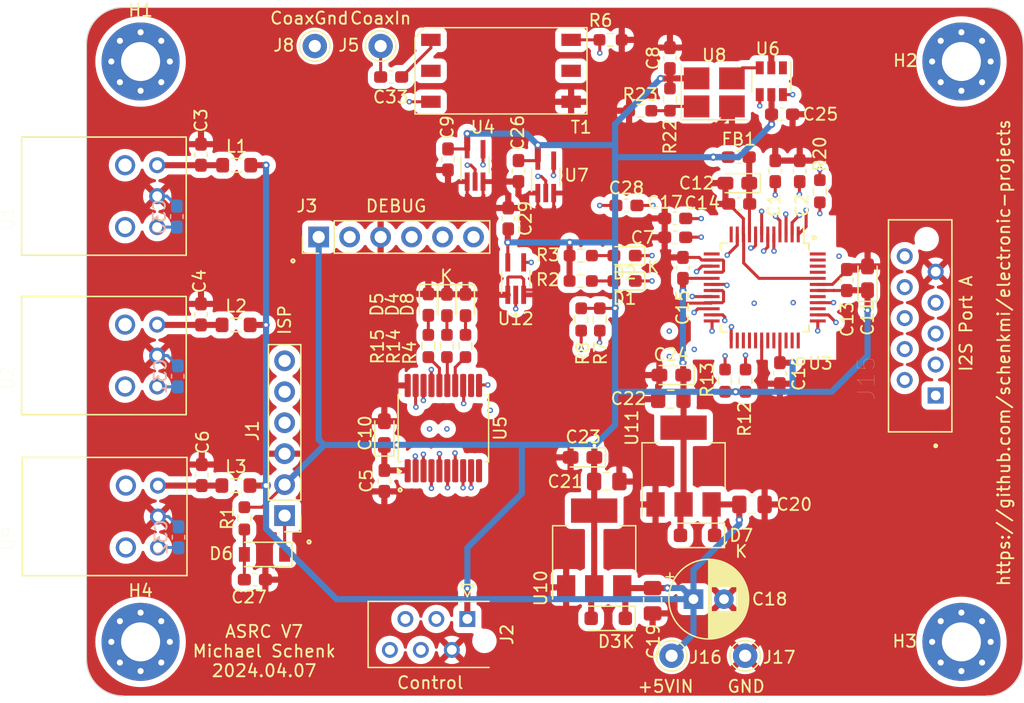
<source format=kicad_pcb>
(kicad_pcb (version 20240108) (generator "pcbnew") (generator_version "8.0")
  (layers (0 "F.Cu" mixed) (1 "In1.Cu" signal) (2 "In2.Cu" signal) (31 "B.Cu" mixed) (34 "B.Paste" user) (35 "F.Paste" user) (36 "B.SilkS" user "B.Silkscreen") (37 "F.SilkS" user "F.Silkscreen") (38 "B.Mask" user) (39 "F.Mask" user) (44 "Edge.Cuts" user))
  (net 0 "")
  (net 1 "Net-(U3A-RX2-)")
  (net 2 "GND")
  (net 3 "+3V3")
  (net 4 "Net-(U3A-RX1-)")
  (net 5 "Net-(U1-VCC)")
  (net 6 "Net-(U2-VCC)")
  (net 7 "Net-(U9-VCC)")
  (net 8 "SCL")
  (net 9 "SDA")
  (net 10 "+1V8")
  (net 11 "Net-(U3A-RX3-)")
  (net 12 "Net-(U3B-VCC)")
  (net 13 "Net-(U3A-RX4-)")
  (net 14 "RESET")
  (net 15 "Net-(D6-A)")
  (net 16 "Net-(U3A-RX4+)")
  (net 17 "BCKA")
  (net 18 "LRCKA")
  (net 19 "SDOUTA")
  (net 20 "MCLK1")
  (net 21 "MCLK3")
  (net 22 "Net-(U1-VOUT)")
  (net 23 "MCLK2")
  (net 24 "Net-(U2-VOUT)")
  (net 25 "Net-(U9-VOUT)")
  (net 26 "RC5")
  (net 27 "Net-(J5-Pin_1)")
  (net 28 "Net-(D1-K)")
  (net 29 "/RA4")
  (net 30 "/RA5")
  (net 31 "Net-(U5-RC1)")
  (net 32 "Net-(U5-RC0)")
  (net 33 "+5V")
  (net 34 "Net-(D1-A)")
  (net 35 "Net-(D2-K)")
  (net 37 "Net-(D2-A)")
  (net 38 "Net-(D4-A)")
  (net 39 "Net-(C28-Pad1)")
  (net 40 "Net-(D5-A)")
  (net 41 "Net-(C33-Pad2)")
  (net 42 "Net-(D6-K)")
  (net 43 "Net-(J1-Pin_5)")
  (net 44 "Net-(J1-Pin_4)")
  (net 46 "RC4{slash}SW")
  (net 47 "RC7{slash}CHB")
  (net 49 "RC6{slash}CHA")
  (net 50 "/RA2")
  (net 51 "Net-(J8-Pin_1)")
  (net 53 "Net-(D8-A)")
  (net 54 "Net-(U3A-CPM)")
  (net 55 "Net-(U3A-*INT)")
  (net 57 "Net-(U3A-MCLK)")
  (net 58 "Net-(U8-Standby)")
  (net 70 "Net-(U3A-RX1+)")
  (net 71 "Net-(U3A-RX2+)")
  (net 74 "Net-(U3A-RX3+)")
  (net 75 "Net-(U6-FIN)")
  (net 81 "Net-(U5-RC2)")
  (footprint "Capacitor_SMD:C_0603_1608Metric_Pad1.08x0.95mm_HandSolder" (layer "F.Cu") (at 165.7096 70.5877 -90)
    (property "Reference" "C1")
    (property "Value" "100nF")
  )
  (footprint "Capacitor_SMD:C_0603_1608Metric_Pad1.08x0.95mm_HandSolder" (layer "F.Cu") (at 118.618 69.2415 -90)
    (property "Reference" "C3")
    (property "Value" "100nF")
  )
  (footprint "Capacitor_SMD:C_0603_1608Metric_Pad1.08x0.95mm_HandSolder" (layer "F.Cu") (at 118.618 82.3479 -90)
    (property "Reference" "C4")
    (property "Value" "100nF")
  )
  (footprint "LED_SMD:LED_0603_1608Metric_Pad1.05x0.95mm_HandSolder" (layer "F.Cu") (at 153.3562 79.6036 180)
    (property "Reference" "D1")
    (property "Value" "LED")
  )
  (footprint "LED_SMD:LED_0603_1608Metric_Pad1.05x0.95mm_HandSolder" (layer "F.Cu") (at 153.3562 77.5208 180)
    (property "Reference" "D2")
    (property "Value" "LED")
  )
  (footprint "Resistor_SMD:R_0603_1608Metric_Pad0.98x0.95mm_HandSolder" (layer "F.Cu") (at 149.7565 79.6036)
    (property "Reference" "R2")
    (property "Value" "330R")
  )
  (footprint "Resistor_SMD:R_0603_1608Metric_Pad0.98x0.95mm_HandSolder" (layer "F.Cu") (at 149.7603 77.5208)
    (property "Reference" "R3")
    (property "Value" "330R")
  )
  (footprint "kicad-snk:PLR135-T10_PLT133-T10W" (layer "F.Cu") (at 112.395 85.725 90)
    (property "Reference" "U2")
    (property "Value" "PLR135-T10")
  )
  (footprint "Capacitor_SMD:C_0603_1608Metric_Pad1.08x0.95mm_HandSolder" (layer "F.Cu") (at 133.6548 96.0109 90)
    (property "Reference" "C5")
    (property "Value" "100nF")
  )
  (footprint "MountingHole:MountingHole_3.2mm_M3_Pad_Via" (layer "F.Cu") (at 113.665 61.595)
    (property "Reference" "H1")
    (property "Value" "MountingHole")
  )
  (footprint "Resistor_SMD:R_0603_1608Metric_Pad0.98x0.95mm_HandSolder" (layer "F.Cu") (at 151.3205 82.764 -90)
    (property "Reference" "R7")
    (property "Value" "4K99")
  )
  (footprint "Resistor_SMD:R_0603_1608Metric_Pad0.98x0.95mm_HandSolder" (layer "F.Cu") (at 149.7965 82.764 -90)
    (property "Reference" "R8")
    (property "Value" "4K99")
  )
  (footprint "Package_SO:SSOP-20_5.3x7.2mm_P0.65mm" (layer "F.Cu") (at 138.4935 91.6795 90)
    (property "Reference" "U5")
    (property "Value" "PIC16F18446-I/SS")
  )
  (footprint "Capacitor_Tantalum_SMD:CP_EIA-2012-12_Kemet-R_Pad1.30x1.05mm_HandSolder" (layer "F.Cu") (at 133.6548 92.0906 90)
    (property "Reference" "C10")
    (property "Value" "10uF")
  )
  (footprint "Capacitor_Tantalum_SMD:CP_EIA-2012-12_Kemet-R_Pad1.30x1.05mm_HandSolder" (layer "F.Cu") (at 173.2788 79.3906 90)
    (property "Reference" "C11")
    (property "Value" "10uF")
  )
  (footprint "Capacitor_Tantalum_SMD:CP_EIA-2012-12_Kemet-R_Pad1.30x1.05mm_HandSolder" (layer "F.Cu") (at 162.601 71.5772 180)
    (property "Reference" "C12")
    (property "Value" "10uF")
  )
  (footprint "Capacitor_SMD:C_0603_1608Metric_Pad1.08x0.95mm_HandSolder" (layer "F.Cu") (at 171.577 79.5285 -90)
    (property "Reference" "C13")
    (property "Value" "100nF")
  )
  (footprint "Capacitor_SMD:C_0603_1608Metric_Pad1.08x0.95mm_HandSolder" (layer "F.Cu") (at 158.1404 78.5357 -90)
    (property "Reference" "C15")
    (property "Value" "100nF")
  )
  (footprint "Connector_PinHeader_2.54mm:PinHeader_1x06_P2.54mm_Vertical" (layer "F.Cu") (at 125.476 98.8568 180)
    (property "Reference" "J1")
    (property "Value" "Conn_01x06_Male")
  )
  (footprint "Resistor_SMD:R_0603_1608Metric_Pad0.98x0.95mm_HandSolder" (layer "F.Cu") (at 163.2712 87.7805 -90)
    (property "Reference" "R12")
    (property "Value" "1k")
  )
  (footprint "Resistor_SMD:R_0603_1608Metric_Pad0.98x0.95mm_HandSolder" (layer "F.Cu") (at 161.5948 87.7805 -90)
    (property "Reference" "R13")
    (property "Value" "4k99")
  )
  (footprint "Crystal:Crystal_SMD_3225-4Pin_3.2x2.5mm_HandSoldering" (layer "F.Cu") (at 160.708 64.128)
    (property "Reference" "U8")
    (property "Value" "24.576MHz")
  )
  (footprint "Capacitor_SMD:C_0603_1608Metric_Pad1.08x0.95mm_HandSolder" (layer "F.Cu") (at 157.0736 61.3167 90)
    (property "Reference" "C8")
    (property "Value" "100nF")
  )
  (footprint "kicad-snk:TE_CONN_RCPT_10POS_0.1_TIN_PCB" (layer "F.Cu") (at 178.8668 89.0016 90)
    (property "Reference" "J15")
    (property "Value" "A")
  )
  (footprint "Resistor_SMD:R_0603_1608Metric_Pad0.98x0.95mm_HandSolder" (layer "F.Cu") (at 169.3672 72.2395 -90)
    (property "Reference" "R20")
    (property "Value" "33R")
  )
  (footprint "Resistor_SMD:R_0603_1608Metric_Pad0.98x0.95mm_HandSolder" (layer "F.Cu") (at 157.0736 64.7173 90)
    (property "Reference" "R22")
    (property "Value" "4K99")
  )
  (footprint "Resistor_SMD:R_0603_1608Metric_Pad0.98x0.95mm_HandSolder" (layer "F.Cu") (at 154.6371 65.6336)
    (property "Reference" "R23")
    (property "Value" "NC")
  )
  (footprint "Capacitor_THT:CP_Radial_D6.3mm_P2.50mm" (layer "F.Cu") (at 159.004 105.7148)
    (property "Reference" "C18")
    (property "Value" "220uF/10V")
  )
  (footprint "Capacitor_SMD:C_0805_2012Metric_Pad1.18x1.45mm_HandSolder" (layer "F.Cu") (at 155.6512 105.8457 -90)
    (property "Reference" "C19")
    (property "Value" "330nF")
  )
  (footprint "Capacitor_SMD:C_0805_2012Metric_Pad1.18x1.45mm_HandSolder" (layer "F.Cu") (at 163.8007 97.9424)
    (property "Reference" "C20")
    (property "Value" "330nF")
  )
  (footprint "Connector_Pin:Pin_D1.0mm_L10.0mm" (layer "F.Cu") (at 157.208996 110.361782)
    (property "Reference" "J16")
    (property "Value" "+5VIN")
  )
  (footprint "Package_TO_SOT_SMD:SOT-223-3_TabPin2" (layer "F.Cu") (at 158.1912 94.7924 90)
    (property "Reference" "U11")
    (property "Value" "TLV1117-18")
  )
  (footprint "Capacitor_SMD:C_0805_2012Metric_Pad1.18x1.45mm_HandSolder" (layer "F.Cu") (at 151.892 96.0628)
    (property "Reference" "C21")
    (property "Value" "100nF")
  )
  (footprint "Capacitor_SMD:C_0805_2012Metric_Pad1.18x1.45mm_HandSolder" (layer "F.Cu") (at 157.1459 89.3064 180)
    (property "Reference" "C22")
    (property "Value" "100nF")
  )
  (footprint "Capacitor_Tantalum_SMD:CP_EIA-2012-12_Kemet-R_Pad1.30x1.05mm_HandSolder" (layer "F.Cu") (at 149.901 94.0816 180)
    (property "Reference" "C23")
    (property "Value" "10uF")
  )
  (footprint "Capacitor_Tantalum_SMD:CP_EIA-2012-12_Kemet-R_Pad1.30x1.05mm_HandSolder" (layer "F.Cu") (at 157.185 87.3252 180)
    (property "Reference" "C24")
    (property "Value" "10uF/6.3V")
  )
  (footprint "Capacitor_SMD:C_0603_1608Metric_Pad1.08x0.95mm_HandSolder" (layer "F.Cu") (at 166.0906 87.1717 90)
    (property "Reference" "C16")
    (property "Value" "100nF")
  )
  (footprint "Package_QFP:TQFP-48_7x7mm_P0.5mm" (layer "F.Cu") (at 164.846 80.137 -90)
    (property "Reference" "U3")
    (property "Value" "SRC4382/SRC4392")
  )
  (footprint "Capacitor_SMD:C_0603_1608Metric_Pad1.08x0.95mm_HandSolder" (layer "F.Cu") (at 167.7162 70.5877 90)
    (property "Reference" "C2")
    (property "Value" "100nF")
  )
  (footprint "kicad-snk:PLR135-T10_PLT133-T10W" (layer "F.Cu") (at 112.395 72.644 90)
    (property "Reference" "U1")
    (property "Value" "PLR135-T10")
  )
  (footprint "MountingHole:MountingHole_3.2mm_M3_Pad_Via" (layer "F.Cu") (at 180.975 109.22)
    (property "Reference" "H3")
    (property "Value" "MountingHole")
  )
  (footprint "MountingHole:MountingHole_3.2mm_M3_Pad_Via" (layer "F.Cu") (at 180.975 61.595)
    (property "Reference" "H2")
    (property "Value" "MountingHole")
  )
  (footprint "Capacitor_SMD:C_0603_1608Metric_Pad1.08x0.95mm_HandSolder" (layer "F.Cu") (at 162.7505 73.279)
    (property "Reference" "C14")
    (property "Value" "100nF")
  )
  (footprint "Capacitor_SMD:C_0603_1608Metric_Pad1.08x0.95mm_HandSolder" (layer "F.Cu") (at 166.2684 65.9228 180)
    (property "Reference" "C25")
    (property "Value" "100nF")
  )
  (footprint "Package_TO_SOT_SMD:SOT-23-6" (layer "F.Cu") (at 165.3896 63.2128 -90)
    (property "Reference" "U6")
    (property "Value" "PL133-37TI-R")
  )
  (footprint "Capacitor_SMD:C_0603_1608Metric_Pad1.08x0.95mm_HandSolder" (layer "F.Cu") (at 138.8745 69.633 -90)
    (property "Reference" "C9")
    (property "Value" "100nF")
  )
  (footprint "Capacitor_SMD:C_0603_1608Metric_Pad1.08x0.95mm_HandSolder" (layer "F.Cu") (at 144.653 70.5855 -90)
    (property "Reference" "C26")
    (property "Value" "100nF")
  )
  (footprint "Package_TO_SOT_SMD:SOT-353_SC-70-5_Handsoldering" (layer "F.Cu") (at 141.097 70.1202 90)
    (property "Reference" "U4")
    (property "Value" "74LVC1G125")
  )
  (footprint "Package_TO_SOT_SMD:SOT-353_SC-70-5_Handsoldering" (layer "F.Cu") (at 146.8905 71.06 90)
    (property "Reference" "U7")
    (property "Value" "74LVC1G125")
  )
  (footprint "LED_SMD:LED_0603_1608Metric_Pad1.05x0.95mm_HandSolder" (layer "F.Cu") (at 138.7856 81.5734 -90)
    (property "Reference" "D4")
    (property "Value" "LED")
  )
  (footprint "LED_SMD:LED_0603_1608Metric_Pad1.05x0.95mm_HandSolder" (layer "F.Cu") (at 137.2616 81.5454 -90)
    (property "Reference" "D5")
    (property "Value" "LED")
  )
  (footprint "Resistor_SMD:R_0603_1608Metric_Pad0.98x0.95mm_HandSolder" (layer "F.Cu") (at 138.7856 84.9395 -90)
    (property "Reference" "R14")
    (property "Value" "330R")
  )
  (footprint "Resistor_SMD:R_0603_1608Metric_Pad0.98x0.95mm_HandSolder" (layer "F.Cu") (at 137.2616 84.9395 -90)
    (property "Reference" "R15")
    (property "Value" "330R")
  )
  (footprint "Capacitor_SMD:C_0603_1608Metric_Pad1.08x0.95mm_HandSolder" (layer "F.Cu") (at 162.7135 69.4436)
    (property "Reference" "FB1")
    (property "Value" "1k@100MHz")
  )
  (footprint "Inductor_SMD:L_0805_2012Metric_Pad1.05x1.20mm_HandSolder" (layer "F.Cu") (at 121.546 70.104)
    (property "Reference" "L1")
    (property "Value" "47uH")
  )
  (footprint "Inductor_SMD:L_0805_2012Metric_Pad1.05x1.20mm_HandSolder" (layer "F.Cu") (at 121.4952 83.2104)
    (property "Reference" "L2")
    (property "Value" "47uH")
  )
  (footprint "Capacitor_SMD:C_0603_1608Metric_Pad1.08x0.95mm_HandSolder" (layer "F.Cu") (at 123.0365 104.1146)
    (property "Reference" "C27")
    (property "Value" "10nF")
  )
  (footprint "Diode_SMD:D_SOD-123" (layer "F.Cu") (at 123.826 102.0445 180)
    (property "Reference" "D6")
    (property "Value" "1N4148W")
  )
  (footprint "Package_TO_SOT_SMD:SOT-223-3_TabPin2" (layer "F.Cu") (at 150.862 101.5996 90)
    (property "Reference" "U10")
    (property "Value" "TLV1117-33")
  )
  (footprint "Capacitor_SMD:C_0603_1608Metric_Pad1.08x0.95mm_HandSolder" (layer "F.Cu") (at 157.5043 76.0222)
    (property "Reference" "C7")
    (property "Value" "100nF")
  )
  (footprint "Capacitor_SMD:C_0603_1608Metric_Pad1.08x0.95mm_HandSolder" (layer "F.Cu") (at 157.5065 74.4728)
    (property "Reference" "C17")
    (property "Value" "100nF")
  )
  (footprint "Capacitor_SMD:C_0603_1608Metric_Pad1.08x0.95mm_HandSolder" (layer "F.Cu") (at 153.506 73.406)
    (property "Reference" "C28")
    (property "Value" "100nF")
  )
  (footprint "Connector_Pin:Pin_D1.0mm_L10.0mm" (layer "F.Cu") (at 133.35 60.325)
    (property "Reference" "J5")
    (property "Value" "COAXIN")
  )
  (footprint "Connector_Pin:Pin_D1.0mm_L10.0mm" (layer "F.Cu") (at 127.9525 60.325)
    (property "Reference" "J8")
    (property "Value" "COAXGND")
  )
  (footprint "Resistor_SMD:R_0603_1608Metric_Pad0.98x0.95mm_HandSolder" (layer "F.Cu") (at 152.2095 59.817 180)
    (property "Reference" "R6")
    (property "Value" "75R")
  )
  (footprint "Capacitor_SMD:C_0603_1608Metric_Pad1.08x0.95mm_HandSolder" (layer "F.Cu") (at 118.6815 95.5305 -90)
    (property "Reference" "C6")
    (property "Value" "100nF")
  )
  (footprint "Capacitor_SMD:C_0603_1608Metric_Pad1.08x0.95mm_HandSolder" (layer "F.Cu") (at 143.8148 74.4739 90)
    (property "Reference" "C29")
    (property "Value" "100nF")
  )
  (footprint "Inductor_SMD:L_0805_2012Metric_Pad1.05x1.20mm_HandSolder" (layer "F.Cu") (at 121.4825 96.393)
    (property "Reference" "L3")
    (property "Value" "47uH")
  )
  (footprint "kicad-snk:PLR135-T10_PLT133-T10W" (layer "F.Cu") (at 112.4585 98.933 90)
    (property "Reference" "U9")
    (property "Value" "PLR135-T10")
  )
  (footprint "Package_TO_SOT_SMD:SOT-353_SC-70-5_Handsoldering" (layer "F.Cu") (at 144.428001 79.4096 90)
    (property "Reference" "U12")
    (property "Value" "74LVC1G125")
  )
  (footprint "Resistor_SMD:R_0603_1608Metric_Pad0.98x0.95mm_HandSolder" (layer "F.Cu") (at 122.174 99.0835 -90)
    (property "Reference" "R1")
    (property "Value" "4k99")
  )
  (footprint "Connector_Pin:Pin_D1.0mm_L10.0mm" (layer "F.Cu") (at 163.241496 110.361782)
    (property "Reference" "J17")
    (property "Value" "GND")
  )
  (footprint "MountingHole:MountingHole_3.2mm_M3_Pad_Via" (layer "F.Cu") (at 113.665 109.22)
    (property "Reference" "H4")
    (property "Value" "MountingHole")
  )
  (footprint "kicad-snk:DA100J" (layer "F.Cu") (at 143.221 62.357 -90)
    (property "Reference" "T1")
    (property "Value" "Murata_DA103")
  )
  (footprint "Capacitor_SMD:C_0603_1608Metric_Pad1.08x0.95mm_HandSolder" (layer "F.Cu") (at 134.2125 62.865)
    (property "Reference" "C33")
    (property "Value" "100nF")
  )
  (footprint "LED_SMD:LED_0603_1608Metric_Pad1.05x0.95mm_HandSolder" (layer "F.Cu") (at 140.3096 81.5734 -90)
    (property "Reference" "D8")
    (property "Value" "LED")
  )
  (footprint "Diode_SMD:D_SOD-123F" (layer "F.Cu") (at 159.3372 100.4824 180)
    (property "Reference" "D7")
    (property "Value" "SM4002PL-TP")
  )
  (footprint "Connector_PinHeader_2.54mm:PinHeader_1x06_P2.54mm_Vertical" (layer "F.Cu") (at 128.27 75.9968 90)
    (property "Reference" "J3")
    (property "Value" "Conn_01x06_Male")
  )
  (footprint "Connector_TE-Connectivity:TE_Micro-MaTch_215079-6_2x03_P1.27mm_Vertical" (layer "F.Cu") (at 140.458476 107.3404 -90)
    (property "Reference" "J2")
    (property "Value" "TE MicroMatch")
  )
  (footprint "Resistor_SMD:R_0603_1608Metric_Pad0.98x0.95mm_HandSolder" (layer "F.Cu") (at 140.3096 84.9395 -90)
    (property "Reference" "R4")
    (property "Value" "330R")
  )
  (footprint "Diode_SMD:D_SOD-123F" (layer "F.Cu") (at 152.016 107.2896 180)
    (property "Reference" "D3")
    (property "Value" "SM4002PL-TP")
  )
  (footprint "Capacitor_SMD:C_0603_1608Metric_Pad1.08x0.95mm_HandSolder" (layer "B.Cu") (at 116.6368 74.3215 -90)
    (property "Reference" "C30")
    (property "Value" "30pF")
  )
  (footprint "Capacitor_SMD:C_0603_1608Metric_Pad1.08x0.95mm_HandSolder" (layer "B.Cu") (at 116.713 87.4279 -90)
    (property "Reference" "C31")
    (property "Value" "30pF")
  )
  (footprint "Capacitor_SMD:C_0603_1608Metric_Pad1.08x0.95mm_HandSolder" (layer "B.Cu") (at 116.7765 100.6359 -90)
    (property "Reference" "C32")
    (property "Value" "30pF")
  )
  (gr_line (start 109.23033 110.65467) (end 109.230326 60.160326) (stroke (width 0.05)) (layer "Edge.Cuts"))
  (gr_line (start 183.007 113.665) (end 112.23033 113.65467) (stroke (width 0.05)) (layer "Edge.Cuts"))
  (gr_line (start 186.04468 60.16032) (end 186.007 110.665) (stroke (width 0.05)) (layer "Edge.Cuts"))
  (gr_line (start 112.230326 57.160326) (end 183.04468 57.16032) (stroke (width 0.05)) (layer "Edge.Cuts"))
  (gr_arc (start 183.04468 57.16032) (mid 185.166006 58.038994) (end 186.04468 60.16032) (stroke (width 0.1)) (layer "Edge.Cuts"))
  (gr_arc (start 186.007 110.665) (mid 185.128326 112.786326) (end 183.007 113.665) (stroke (width 0.1)) (layer "Edge.Cuts"))
  (gr_arc (start 112.23033 113.65467) (mid 110.109004 112.775996) (end 109.23033 110.65467) (stroke (width 0.1)) (layer "Edge.Cuts"))
  (gr_arc (start 109.230326 60.160326) (mid 110.109 58.039) (end 112.230326 57.160326) (stroke (width 0.1)) (layer "Edge.Cuts"))
  (gr_text "I2S Port A" (at 181.356 83.1088 90) (layer "F.SilkS") (effects (font (size 1 1))))
  (gr_text "°" (at 168.91 76.454 0) (layer "F.SilkS") (effects (font (size 1 1))))
  (gr_text "K" (at 155.702 78.486 0) (layer "F.SilkS") (effects (font (size 1 1))))
  (gr_text "K" (at 138.7348 79.1972 0) (layer "F.SilkS") (effects (font (size 1 1))))
  (gr_text "Control" (at 137.414 112.5728 0) (layer "F.SilkS") (effects (font (size 1 1))))
  (gr_text "CoaxGnd" (at 127.508 58.039 0) (layer "F.SilkS") (effects (font (size 1 1))))
  (gr_text "CoaxIn" (at 133.35 58.039 0) (layer "F.SilkS") (effects (font (size 1 1))))
  (gr_text "+5VIN" (at 156.718 112.876572 0) (layer "F.SilkS") (effects (font (size 1 1))))
  (gr_text "ISP" (at 125.476 82.804 90) (layer "F.SilkS") (effects (font (size 1 1))))
  (gr_text "°" (at 134.4676 97.7392 0) (layer "F.SilkS") (effects (font (size 1 1)) (justify left bottom)))
  (gr_text "ASRC V7\nMichael Schenk\n2024.04.07" (at 123.7996 109.982 0) (layer "F.SilkS") (effects (font (size 1 1))))
  (gr_text "https://github.com/schenkmi/electronic-projects" (at 184.4548 85.4964 90) (layer "F.SilkS") (effects (font (size 1 1))))
  (gr_text "DEBUG" (at 134.62 73.4568 0) (layer "F.SilkS") (effects (font (size 1 1))))
  (gr_text "°" (at 127 102.0064 0) (layer "F.SilkS") (effects (font (size 1 1)) (justify left bottom)))
  (gr_text "K" (at 162.9156 101.8032 0) (layer "F.SilkS") (effects (font (size 1 1))))
  (gr_text "K" (at 153.67 109.22 0) (layer "F.SilkS") (effects (font (size 1 1))))
  (gr_text "GND" (at 163.322 112.876572 0) (layer "F.SilkS") (effects (font (size 1 1))))
  (gr_text "°" (at 125.6792 78.9432 0) (layer "F.SilkS") (effects (font (size 1 1)) (justify left bottom)))
  (segment (start 166.096 75.787) (end 166.096 74.656) (width 0.25) (layer "F.Cu") (net 1))
  (segment (start 165.7096 72.5424) (end 165.7096 71.4502) (width 0.25) (layer "F.Cu") (net 1))
  (segment (start 166.096 74.656) (end 165.735 74.295) (width 0.25) (layer "F.Cu") (net 1))
  (via (at 165.735 74.295) (size 0.45) (drill 0.225) (layers "F.Cu" "B.Cu") (net 1))
  (via (at 165.7096 72.5424) (size 0.45) (drill 0.225) (layers "F.Cu" "B.Cu") (net 1))
  (segment (start 145.078001 79.466999) (end 144.888002 79.277) (width 0.25) (layer "F.Cu") (net 2))
  (segment (start 161.471001 80.501999) (end 161.471001 81.272001) (width 0.25) (layer "F.Cu") (net 2))
  (segment (start 162.158 65.68) (end 159.8168 68.0212) (width 0.5) (layer "F.Cu") (net 2))
  (segment (start 165.3896 59.5528) (end 165.4048 59.5376) (width 0.5) (layer "F.Cu") (net 2))
  (segment (start 161.888 73.279) (end 160.3502 73.279) (width 0.5) (layer "F.Cu") (net 2))
  (segment (start 142.4756 80.7396) (end 142.4432 80.772) (width 0.5) (layer "F.Cu") (net 2))
  (segment (start 173.2788 78.4156) (end 173.2788 76.454) (width 0.5) (layer "F.Cu") (net 2))
  (segment (start 161.626 73.017) (end 161.888 73.279) (width 0.5) (layer "F.Cu") (net 2))
  (segment (start 140.447 71.4502) (end 140.447 72.4502) (width 0.25) (layer "F.Cu") (net 2))
  (segment (start 156.9124 81.4236) (end 156.8704 81.3816) (width 0.25) (layer "F.Cu") (net 2))
  (segment (start 147.5405 72.39) (end 147.5405 74.0491) (width 0.25) (layer "F.Cu") (net 2))
  (segment (start 173.2788 76.454) (end 172.72 75.8952) (width 0.5) (layer "F.Cu") (net 2))
  (segment (start 160.4594 81.4236) (end 156.9124 81.4236) (width 0.25) (layer "F.Cu") (net 2))
  (segment (start 145.089802 80.3402) (end 145.078001 80.352001) (width 0.25) (layer "F.Cu") (net 2))
  (segment (start 159.470199 77.6732) (end 158.1404 77.6732) (width 0.25) (layer "F.Cu") (net 2))
  (segment (start 160.496 78.887) (end 161.1938 78.887) (width 0.25) (layer "F.Cu") (net 2))
  (segment (start 170.400802 79.887) (end 171.577 78.710802) (width 0.25) (layer "F.Cu") (net 2))
  (segment (start 140.447 72.4502) (end 141.1488 73.152) (width 0.25) (layer "F.Cu") (net 2))
  (segment (start 141.1488 73.152) (end 141.7574 73.152) (width 0.25) (layer "F.Cu") (net 2))
  (segment (start 161.356002 78.887) (end 161.471001 78.772001) (width 0.25) (layer "F.Cu") (net 2))
  (segment (start 146.2405 72.39) (end 146.2405 73.39) (width 0.25) (layer "F.Cu") (net 2))
  (segment (start 173.2788 78.4156) (end 171.8274 78.4156) (width 0.5) (layer "F.Cu") (net 2))
  (segment (start 163.1188 75.8098) (end 163.096 75.787) (width 0.25) (layer "F.Cu") (net 2))
  (segment (start 141.747 73.1416) (end 141.7574 73.152) (width 0.25) (layer "F.Cu") (net 2))
  (segment (start 161.471001 81.272001) (end 161.356002 81.387) (width 0.25) (layer "F.Cu") (net 2))
  (segment (start 160.496 81.387) (end 160.484399 81.398601) (width 0.25) (layer "F.Cu") (net 2))
  (segment (start 165.3896 62.1128) (end 165.3896 59.5528) (width 0.5) (layer "F.Cu") (net 2))
  (segment (start 159.683999 77.887) (end 159.470199 77.6732) (width 0.25) (layer "F.Cu") (net 2))
  (segment (start 164.596 87.372) (end 164.5666 87.4014) (width 0.25) (layer "F.Cu") (net 2))
  (segment (start 164.3754 79.387) (end 163.1188 78.1304) (width 0.25) (layer "F.Cu") (net 2))
  (segment (start 160.496 81.387) (end 160.4594 81.4236) (width 0.25) (layer "F.Cu") (net 2))
  (segment (start 159.512 71.5772) (end 159.2072 71.2724) (width 0.5) (layer "F.Cu") (net 2))
  (segment (start 146.2405 73.39) (end 146.9042 74.0537) (width 0.25) (layer "F.Cu") (net 2))
  (segment (start 171.577 78.710802) (end 171.577 78.666) (width 0.25) (layer "F.Cu") (net 2))
  (segment (start 161.626 71.5772) (end 159.512 71.5772) (width 0.5) (layer "F.Cu") (net 2))
  (segment (start 161.396 77.887) (end 160.496 77.887) (width 0.25) (layer "F.Cu") (net 2))
  (segment (start 147.5405 74.0491) (end 147.5359 74.0537) (width 0.25) (layer "F.Cu") (net 2))
  (segment (start 161.471001 77.962001) (end 161.396 77.887) (width 0.25) (layer "F.Cu") (net 2))
  (segment (start 160.496 81.387) (end 160.466232 81.416768) (width 0.25) (layer "F.Cu") (net 2))
  (segment (start 169.196 79.887) (end 170.400802 79.887) (width 0.25) (layer "F.Cu") (net 2))
  (segment (start 143.853002 79.277) (end 143.778001 79.352001) (width 0.25) (layer "F.Cu") (net 2))
  (segment (start 161.356002 81.387) (end 160.496 81.387) (width 0.25) (layer "F.Cu") (net 2))
  (segment (start 158.3542 77.887) (end 158.1404 77.6732) (width 0.25) (layer "F.Cu") (net 2))
  (segment (start 161.1938 78.887) (end 161.356002 78.887) (width 0.25) (layer "F.Cu") (net 2))
  (segment (start 163.096 75.787) (end 163.096 74.487) (width 0.25) (layer "F.Cu") (net 2))
  (segment (start 146.9042 74.0537) (end 147.5359 74.0537) (width 0.25) (layer "F.Cu") (net 2))
  (segment (start 143.778001 80.7396) (end 142.4756 80.7396) (width 0.5) (layer "F.Cu") (net 2))
  (segment (start 144.888002 79.277) (end 143.853002 79.277) (width 0.25) (layer "F.Cu") (net 2))
  (segment (start 143.778001 79.352001) (end 143.778001 80.352001) (width 0.25) (layer "F.Cu") (net 2))
  (segment (start 161.356002 80.387) (end 161.471001 80.501999) (width 0.25) (layer "F.Cu") (net 2))
  (segment (start 160.496 80.387) (end 161.356002 80.387) (width 0.25) (layer "F.Cu") (net 2))
  (segment (start 160.3502 73.279) (end 159.6644 72.5932) (width 0.5) (layer "F.Cu") (net 2))
  (segment (start 169.196 79.387) (end 164.3754 79.387) (width 0.25) (layer "F.Cu") (net 2))
  (segment (start 171.8274 78.4156) (end 171.577 78.666) (width 0.5) (layer "F.Cu") (net 2))
  (segment (start 161.471001 78.772001) (end 161.471001 77.962001) (width 0.25) (layer "F.Cu") (net 2))
  (segment (start 163.096 74.487) (end 161.888 73.279) (width 0.25) (layer "F.Cu") (net 2))
  (segment (start 162.158 65.278) (end 162.158 65.68) (width 0.5) (layer "F.Cu") (net 2))
  (segment (start 163.1188 78.1304) (end 163.1188 75.8098) (width 0.25) (layer "F.Cu") (net 2))
  (segment (start 146.685 80.3402) (end 145.089802 80.3402) (width 0.25) (layer "F.Cu") (net 2))
  (segment (start 164.596 84.487) (end 164.596 87.372) (width 0.25) (layer "F.Cu") (net 2))
  (segment (start 161.626 71.5772) (end 161.626 73.017) (width 0.5) (layer "F.Cu") (net 2))
  (segment (start 141.747 71.4502) (end 141.747 73.1416) (width 0.25) (layer "F.Cu") (net 2))
  (segment (start 145.078001 80.352001) (end 145.078001 79.466999) (width 0.25) (layer "F.Cu") (net 2))
  (segment (start 160.496 77.887) (end 159.683999 77.887) (width 0.25) (layer "F.Cu") (net 2))
  (segment (start 115.025 85.725) (end 115.8726 85.725) (width 0.25) (layer "B.Cu") (net 2))
  (segment (start 115.8726 85.725) (end 116.713 86.5654) (width 0.25) (layer "B.Cu") (net 2))
  (segment (start 115.9361 98.933) (end 116.7765 99.7734) (width 0.25) (layer "B.Cu") (net 2))
  (segment (start 115.8218 72.644) (end 116.6368 73.459) (width 0.25) (layer "B.Cu") (net 2))
  (segment (start 115.0885 98.933) (end 115.9361 98.933) (width 0.25) (layer "B.Cu") (net 2))
  (segment (start 115.025 72.644) (end 115.8218 72.644) (width 0.25) (layer "B.Cu") (net 2))
  (segment (start 115.369 72.988) (end 115.025 72.644) (width 0.25) (layer "B.Cu") (net 2))
  (segment (start 170.5015 80.387) (end 170.5142 80.387) (width 0.25) (layer "F.Cu") (net 3))
  (segment (start 170.5142 80.387) (end 171.573 80.387) (width 0.25) (layer "F.Cu") (net 3))
  (segment (start 165.4059 64.3291) (end 165.3896 64.3128) (width 0.5) (layer "F.Cu") (net 3))
  (segment (start 148.8478 76.4502) (end 148.858001 76.439999) (width 0.5) (layer "F.Cu") (net 3))
  (segment (start 151.3205 81.8515) (end 152.5675 81.8515) (width 0.25) (layer "F.Cu") (net 3))
  (segment (start 157.0736 62.992) (end 157.0736 63.8048) (width 0.5) (layer "F.Cu") (net 3))
  (segment (start 123.6218 98.171) (end 122.174 98.171) (width 0.25) (layer "F.Cu") (net 3))
  (segment (start 140.447 67.5155) (end 140.447 68.7902) (width 0.5) (layer "F.Cu") (net 3))
  (segment (start 146.2405 68.453) (end 146.2405 69.73) (width 0.5) (layer "F.Cu") (net 3))
  (segment (start 133.6548 95.1484) (end 135.4874 95.1484) (width 0.5) (layer "F.Cu") (net 3))
  (segment (start 171.6024 80.3656) (end 171.577 80.391) (width 0.5) (layer "F.Cu") (net 3))
  (segment (start 150.862 96.0703) (end 150.8545 96.0628) (width 0.5) (layer "F.Cu") (net 3))
  (segment (start 150.616 107.2896) (end 150.616 104.9956) (width 0.5) (layer "F.Cu") (net 3))
  (segment (start 157.0736 62.992) (end 156.3116 62.992) (width 0.5) (layer "F.Cu") (net 3))
  (segment (start 150.876 94.0816) (end 150.876 93.1164) (width 0.5) (layer "F.Cu") (net 3))
  (segment (start 134.6708 93.0656) (end 133.6548 93.0656) (width 0.5) (layer "F.Cu") (net 3))
  (segment (start 165.4059 65.9228) (end 165.4059 66.7501) (width 0.5) (layer "F.Cu") (net 3))
  (segment (start 148.844 77.5246) (end 148.8478 77.5208) (width 0.5) (layer "F.Cu") (net 3))
  (segment (start 133.6548 95.1484) (end 133.6548 93.0656) (width 0.5) (layer "F.Cu") (net 3))
  (segment (start 140.4273 68.7705) (end 140.447 68.7902) (width 0.25) (layer "F.Cu") (net 3))
  (segment (start 157.0736 62.1792) (end 157.0736 62.992) (width 0.5) (layer "F.Cu") (net 3))
  (segment (start 143.778001 77.692001) (end 143.778001 76.439999) (width 0.25) (layer "F.Cu") (net 3))
  (segment (start 166.0906 86.3092) (end 166.0906 84.4924) (width 0.25) (layer "F.Cu") (net 3))
  (segment (start 149.7965 81.8515) (end 151.3205 81.8515) (width 0.25) (layer "F.Cu") (net 3))
  (segment (start 166.0906 84.4924) (end 166.096 84.487) (width 0.25) (layer "F.Cu") (net 3))
  (segment (start 166.0906 86.3092) (end 167.132 86.3092) (width 0.5) (layer "F.Cu") (net 3))
  (segment (start 140.44 68.7832) (end 140.447 68.7902) (width 0.25) (layer "F.Cu") (net 3))
  (segment (start 162.4622 88.693) (end 162.4584 88.6968) (width 0.5) (layer "F.Cu") (net 3))
  (segment (start 150.862 98.4496) (end 150.862 96.0703) (width 0.5) (layer "F.Cu") (net 3))
  (segment (start 150.8545 94.1031) (end 150.876 94.0816) (width 0.5) (layer "F.Cu") (net 3))
  (segment (start 171.573 80.387) (end 171.577 80.391) (width 0.25) (layer "F.Cu") (net 3))
  (segment (start 165.4059 66.7501) (end 165.4048 66.7512) (width 0.5) (layer "F.Cu") (net 3))
  (segment (start 161.851 69.4436) (end 160.6296 69.4436) (width 0.5) (layer "F.Cu") (net 3))
  (segment (start 150.8545 96.0628) (end 150.8545 94.1031) (width 0.5) (layer "F.Cu") (net 3))
  (segment (start 150.862 104.7496) (end 150.862 98.4496) (width 0.5) (layer "F.Cu") (net 3))
  (segment (start 135.4874 95.1484) (end 135.5185 95.1795) (width 0.5) (layer "F.Cu") (net 3))
  (segment (start 150.616 104.9956) (end 150.862 104.7496) (width 0.5) (layer "F.Cu") (net 3))
  (segment (start 157.0876 62.978) (end 157.0736 62.992) (width 0.5) (layer "F.Cu") (net 3))
  (segment (start 173.2788 80.3656) (end 171.6024 80.3656) (width 0.5) (layer "F.Cu") (net 3))
  (segment (start 169.196 80.387) (end 170.5015 80.387) (width 0.25) (layer "F.Cu") (net 3))
  (segment (start 143.778001 75.373199) (end 143.8148 75.3364) (width 0.5) (layer "F.Cu") (net 3))
  (segment (start 159.258 62.978) (end 157.0876 62.978) (width 0.5) (layer "F.Cu") (net 3))
  (segment (start 173.2788 82.0066) (end 173.2788 80.3656) (width 0.5) (layer "F.Cu") (net 3))
  (segment (start 162.4546 88.693) (end 161.5948 88.693) (width 0.5) (layer "F.Cu") (net 3))
  (segment (start 148.844 79.6036) (end 148.844 77.5246) (width 0.5) (layer "F.Cu") (net 3))
  (segment (start 140.458476 104.854724) (end 140.462 104.8512) (width 0.5) (layer "F.Cu") (net 3))
  (segment (start 138.8745 68.7705) (end 140.4273 68.7705) (width 0.25) (layer "F.Cu") (net 3))
  (segment (start 162.4584 88.6968) (end 162.4546 88.693) (width 0.5) (layer "F.Cu") (net 3))
  (segment (start 125.476 96.3168) (end 123.6218 98.171) (width 0.25) (layer "F.Cu") (net 3))
  (segment (start 165.4059 65.9228) (end 165.4059 64.3291) (width 0.5) (layer "F.Cu") (net 3))
  (segment (start 163.2712 88.693) (end 162.4622 88.693) (width 0.5) (layer "F.Cu") (net 3))
  (segment (start 152.5675 81.8515) (end 152.579 81.84) (width 0.25) (layer "F.Cu") (net 3))
  (segment (start 144.66 69.73) (end 144.653 69.723) (width 0.25) (layer "F.Cu") (net 3))
  (segment (start 140.458476 107.3404) (end 140.458476 104.854724) (width 0.5) (layer "F.Cu") (net 3))
  (segment (start 146.2405 69.73) (end 144.66 69.73) (width 0.25) (layer "F.Cu") (net 3))
  (segment (start 143.778001 76.439999) (end 143.778001 75.373199) (width 0.5) (layer "F.Cu") (net 3))
  (segment (start 148.8478 77.5208) (end 148.8478 76.4502) (width 0.5) (layer "F.Cu") (net 3))
  (via (at 173.2788 82.0066) (size 0.6) (drill 0.3) (layers "F.Cu" "B.Cu") (net 3))
  (via (at 134.6708 93.0656) (size 0.6) (drill 0.3) (layers "F.Cu" "B.Cu") (net 3))
  (via (at 156.3116 62.992) (size 0.6) (drill 0.3) (layers "F.Cu" "B.Cu") (net 3))
  (via (at 165.4048 66.7512) (size 0.6) (drill 0.3) (layers "F.Cu" "B.Cu") (net 3))
  (via (at 152.579 81.84) (size 0.6) (drill 0.3) (layers "F.Cu" "B.Cu") (net 3))
  (via (at 150.876 93.1164) (size 0.6) (drill 0.3) (layers "F.Cu" "B.Cu") (net 3))
  (via (at 146.2405 68.453) (size 0.6) (drill 0.3) (layers "F.Cu" "B.Cu") (net 3))
  (via (at 167.132 86.3092) (size 0.6) (drill 0.3) (layers "F.Cu" "B.Cu") (net 3))
  (via (at 160.6296 69.4436) (size 0.6) (drill 0.3) (layers "F.Cu" "B.Cu") (net 3))
  (via (at 140.447 67.5155) (size 0.6) (drill 0.3) (layers "F.Cu" "B.Cu") (net 3))
  (via (at 148.858001 76.439999) (size 0.6) (drill 0.3) (layers "F.Cu" "B.Cu") (net 3))
  (via (at 162.4584 88.6968) (size 0.6) (drill 0.3) (layers "F.Cu" "B.Cu") (net 3))
  (via (at 140.462 104.8512) (size 0.6) (drill 0.3) (layers "F.Cu" "B.Cu") (net 3))
  (via (at 143.778001 76.439999) (size 0.6) (drill 0.3) (layers "F.Cu" "B.Cu") (net 3))
  (segment (start 162.4584 88.6968) (end 167.132 88.6968) (width 0.5) (layer "B.Cu") (net 3))
  (segment (start 128.27 92.6084) (end 128.7272 93.0656) (width 0.5) (layer "B.Cu") (net 3))
  (segment (start 150.876 93.1164) (end 152.579 91.4134) (width 0.5) (layer "B.Cu") (net 3))
  (segment (start 152.504 68.453) (end 152.579 68.528) (width 0.5) (layer "B.Cu") (net 3))
  (segment (start 140.447 67.5155) (end 145.303 67.5155) (width 0.5) (layer "B.Cu") (net 3))
  (segment (start 156.3116 62.992) (end 152.579 66.7246) (width 0.5) (layer "B.Cu") (net 3))
  (segment (start 134.6854 93.051) (end 134.6708 93.0656) (width 0.5) (layer "B.Cu") (net 3))
  (segment (start 144.8308 93.051) (end 134.6854 93.051) (width 0.5) (layer "B.Cu") (net 3))
  (segment (start 152.579 66.7246) (end 152.579 68.147) (width 0.5) (layer "B.Cu") (net 3))
  (segment (start 134.6708 93.0656) (end 128.7272 93.0656) (width 0.5) (layer "B.Cu") (net 3))
  (segment (start 140.462 101.4984) (end 144.9324 97.028) (width 0.5) (layer "B.Cu") (net 3))
  (segment (start 144.9324 93.1526) (end 144.8308 93.051) (width 0.5) (layer "B.Cu") (net 3))
  (segment (start 152.579 76.506) (end 152.579 69.4436) (width 0.5) (layer "B.Cu") (net 3))
  (segment (start 152.579 68.528) (end 152.579 68.147) (width 0.5) (layer "B.Cu") (net 3))
  (segment (start 165.4048 66.7512) (end 162.7124 69.4436) (width 0.5) (layer "B.Cu") (net 3))
  (segment (start 167.132 88.6968) (end 170.3324 88.6968) (width 0.5) (layer "B.Cu") (net 3))
  (segment (start 152.579 91.4134) (end 152.579 88.6345) (width 0.5) (layer "B.Cu") (net 3))
  (segment (start 128.27 75.9968) (end 128.27 92.6084) (width 0.5) (layer "B.Cu") (net 3))
  (segment (start 145.303 67.5155) (end 146.2405 68.453) (width 0.5) (layer "B.Cu") (net 3))
  (segment (start 152.579 69.4436) (end 152.579 68.528) (width 0.5) (layer "B.Cu") (net 3))
  (segment (start 162.4584 88.6968) (end 152.6413 88.6968) (width 0.5) (layer "B.Cu") (net 3))
  (segment (start 150.8106 93.051) (end 144.8308 93.051) (width 0.5) (layer "B.Cu") (net 3))
  (segment (start 152.6375 88.693) (end 152.579 88.6345) (width 0.25) (layer "B.Cu") (net 3))
  (segment (start 150.876 93.1164) (end 150.8106 93.051) (width 0.5) (layer "B.Cu") (net 3))
  (segment (start 152.579 88.6345) (end 152.579 81.84) (width 0.5) (layer "B.Cu") (net 3))
  (segment (start 152.512999 76.439999) (end 152.579 76.506) (width 0.5) (layer "B.Cu") (net 3))
  (segment (start 152.579 81.84) (end 152.579 76.506) (width 0.5) (layer "B.Cu") (net 3))
  (segment (start 152.6413 88.6968) (end 152.579 88.6345) (width 0.5) (layer "B.Cu") (net 3))
  (segment (start 173.2788 85.7504) (end 173.2788 82.0066) (width 0.5) (layer "B.Cu") (net 3))
  (segment (start 160.6296 69.4436) (end 152.579 69.4436) (width 0.5) (layer "B.Cu") (net 3))
  (segment (start 140.462 104.8512) (end 140.462 101.4984) (width 0.5) (layer "B.Cu") (net 3))
  (segment (start 148.858001 76.439999) (end 152.512999 76.439999) (width 0.5) (layer "B.Cu") (net 3))
  (segment (start 162.7124 69.4436) (end 160.6296 69.4436) (width 0.5) (layer "B.Cu") (net 3))
  (segment (start 144.9324 97.028) (end 144.9324 93.1526) (width 0.5) (layer "B.Cu") (net 3))
  (segment (start 167.132 86.3092) (end 167.132 88.6968) (width 0.5) (layer "B.Cu") (net 3))
  (segment (start 170.3324 88.6968) (end 173.2788 85.7504) (width 0.5) (layer "B.Cu") (net 3))
  (segment (start 143.778001 76.439999) (end 148.858001 76.439999) (width 0.5) (layer "B.Cu") (net 3))
  (segment (start 128.7272 93.0656) (end 125.476 96.3168) (width 0.5) (layer "B.Cu") (net 3))
  (segment (start 146.2405 68.453) (end 152.504 68.453) (width 0.5) (layer "B.Cu") (net 3))
  (segment (start 167.096 74.934736) (end 167.096 74.8136) (width 0.25) (layer "F.Cu") (net 4))
  (segment (start 167.096 75.787) (end 167.096 74.934736) (width 0.25) (layer "F.Cu") (net 4))
  (segment (start 167.6908 71.4756) (end 167.7162 71.4502) (width 0.25) (layer "F.Cu") (net 4))
  (segment (start 167.6908 72.4916) (end 167.6908 71.4756) (width 0.25) (layer "F.Cu") (net 4))
  (segment (start 167.096 74.8136) (end 167.6908 74.2188) (width 0.25) (layer "F.Cu") (net 4))
  (via (at 167.6908 74.2188) (size 0.45) (drill 0.225) (layers "F.Cu" "B.Cu") (net 4))
  (via (at 167.6908 72.4916) (size 0.45) (drill 0.225) (layers "F.Cu" "B.Cu") (net 4))
  (segment (start 120.396 70.104) (end 118.618 70.104) (width 0.5) (layer "F.Cu") (net 5))
  (segment (start 118.618 70.104) (end 115.025 70.104) (width 0.5) (layer "F.Cu") (net 5))
  (segment (start 118.618 83.2104) (end 115.0504 83.2104) (width 0.5) (layer "F.Cu") (net 6))
  (segment (start 120.3452 83.2104) (end 118.618 83.2104) (width 0.5) (layer "F.Cu") (net 6))
  (segment (start 115.0504 83.2104) (end 115.025 83.185) (width 0.5) (layer "F.Cu") (net 6))
  (segment (start 120.3325 96.393) (end 118.6815 96.393) (width 0.5) (layer "F.Cu") (net 7))
  (segment (start 118.6815 96.393) (end 115.0885 96.393) (width 0.5) (layer "F.Cu") (net 7))
  (segment (start 151.3205 83.6765) (end 151.3205 84.6455) (width 0.25) (layer "F.Cu") (net 8))
  (segment (start 142.1384 88.138) (end 141.46 88.138) (width 0.25) (layer "F.Cu") (net 8))
  (segment (start 158.9158 80.887) (end 158.9024 80.8736) (width 0.25) (layer "F.Cu") (net 8))
  (segment (start 141.46 88.138) (end 141.4185 88.1795) (width 0.25) (layer "F.Cu") (net 8))
  (segment (start 160.496 80.887) (end 158.9158 80.887) (width 0.25) (layer "F.Cu") (net 8))
  (segment (start 151.3205 84.6455) (end 151.299 84.667) (width 0.25) (layer "F.Cu") (net 8))
  (via (at 151.299 84.667) (size 0.45) (drill 0.225) (layers "F.Cu" "B.Cu") (net 8))
  (via (at 158.9024 80.8736) (size 0.45) (drill 0.225) (layers "F.Cu" "B.Cu") (net 8))
  (via (at 142.1384 88.138) (size 0.45) (drill 0.225) (layers "F.Cu" "B.Cu") (net 8))
  (segment (start 160.496 81.887) (end 159.3622 81.887) (width 0.25) (layer "F.Cu") (net 9))
  (segment (start 149.7965 85.217) (end 149.796499 85.217001) (width 0.25) (layer "F.Cu") (net 9))
  (segment (start 149.7965 83.6765) (end 149.7965 85.217) (width 0.25) (layer "F.Cu") (net 9))
  (segment (start 140.1572 89.662) (end 140.1572 88.2182) (width 0.25) (layer "F.Cu") (net 9))
  (segment (start 140.1572 88.2182) (end 140.1185 88.1795) (width 0.25) (layer "F.Cu") (net 9))
  (segment (start 159.3622 81.887) (end 159.0548 82.1944) (width 0.25) (layer "F.Cu") (net 9))
  (via (at 149.796499 85.217001) (size 0.45) (drill 0.225) (layers "F.Cu" "B.Cu") (net 9))
  (via (at 140.1572 89.662) (size 0.45) (drill 0.225) (layers "F.Cu" "B.Cu") (net 9))
  (via (at 159.0548 82.1944) (size 0.45) (drill 0.225) (layers "F.Cu" "B.Cu") (net 9))
  (via (at 159.0675 85.217) (size 0.45) (drill 0.225) (layers "F.Cu" "B.Cu") (net 9))
  (segment (start 158.1834 87.3486) (end 158.16 87.3252) (width 0.5) (layer "F.Cu") (net 10))
  (segment (start 158.16 87.3252) (end 158.16 86.3288) (width 0.5) (layer "F.Cu") (net 10))
  (segment (start 160.496 79.387) (end 158.1516 79.387) (width 0.25) (layer "F.Cu") (net 10))
  (segment (start 158.16 86.9892) (end 158.1404 86.9696) (width 0.5) (layer "F.Cu") (net 10))
  (segment (start 158.1834 89.3064) (end 158.1834 87.3486) (width 0.5) (layer "F.Cu") (net 10))
  (segment (start 158.1404 80.4164) (end 158.1404 79.3982) (width 0.5) (layer "F.Cu") (net 10))
  (segment (start 158.1516 79.387) (end 158.1404 79.3982) (width 0.25) (layer "F.Cu") (net 10))
  (segment (start 158.1912 89.9746) (end 158.1834 89.9668) (width 0.5) (layer "F.Cu") (net 10))
  (segment (start 157.9372 100.4824) (end 157.9372 98.1964) (width 0.5) (layer "F.Cu") (net 10))
  (segment (start 157.9372 98.1964) (end 158.1912 97.9424) (width 0.5) (layer "F.Cu") (net 10))
  (segment (start 158.1912 91.6424) (end 158.1912 89.3142) (width 0.5) (layer "F.Cu") (net 10))
  (segment (start 160.5094 79.4004) (end 160.496 79.387) (width 0.25) (layer "F.Cu") (net 10))
  (segment (start 158.1912 97.9424) (end 158.1912 91.6424) (width 0.5) (layer "F.Cu") (net 10))
  (via (at 158.1404 80.4164) (size 0.6) (drill 0.3) (layers "F.Cu" "B.Cu") (net 10))
  (via (at 158.1404 86.3092) (size 0.6) (drill 0.3) (layers "F.Cu" "B.Cu") (net 10))
  (segment (start 158.1404 86.3092) (end 158.1404 80.4164) (width 0.5) (layer "B.Cu") (net 10))
  (segment (start 158.3795 76.0095) (end 158.3668 76.0222) (width 0.25) (layer "F.Cu") (net 11))
  (segment (start 159.639 76.0095) (end 158.3795 76.0095) (width 0.25) (layer "F.Cu") (net 11))
  (segment (start 165.096 76.816599) (end 164.759261 77.153338) (width 0.25) (layer "F.Cu") (net 11))
  (segment (start 165.096 75.787) (end 165.096 76.816599) (width 0.25) (layer "F.Cu") (net 11))
  (via (at 159.639 76.0095) (size 0.45) (drill 0.225) (layers "F.Cu" "B.Cu") (net 11))
  (via (at 164.759261 77.153338) (size 0.45) (drill 0.225) (layers "F.Cu" "B.Cu") (net 11))
  (segment (start 163.596 75.787) (end 163.596 73.296) (width 0.25) (layer "F.Cu") (net 12))
  (segment (start 163.576 71.5772) (end 163.576 69.4436) (width 0.5) (layer "F.Cu") (net 12))
  (segment (start 163.576 73.242) (end 163.613 73.279) (width 0.5) (layer "F.Cu") (net 12))
  (segment (start 163.576 71.5772) (end 163.576 73.242) (width 0.5) (layer "F.Cu") (net 12))
  (segment (start 163.596 73.296) (end 163.613 73.279) (width 0.25) (layer "F.Cu") (net 12))
  (segment (start 163.8845 76.8985) (end 163.703 76.8985) (width 0.25) (layer "F.Cu") (net 13))
  (segment (start 164.096 76.687) (end 163.8845 76.8985) (width 0.25) (layer "F.Cu") (net 13))
  (segment (start 158.3817 74.4855) (end 158.369 74.4728) (width 0.25) (layer "F.Cu") (net 13))
  (segment (start 159.639 74.4855) (end 158.3817 74.4855) (width 0.25) (layer "F.Cu") (net 13))
  (segment (start 164.096 75.787) (end 164.096 76.687) (width 0.25) (layer "F.Cu") (net 13))
  (via (at 159.639 74.4855) (size 0.45) (drill 0.225) (layers "F.Cu" "B.Cu") (net 13))
  (via (at 163.703 76.8985) (size 0.45) (drill 0.225) (layers "F.Cu" "B.Cu") (net 13))
  (segment (start 160.528 83.7184) (end 160.528 82.919) (width 0.25) (layer "F.Cu") (net 14))
  (segment (start 139.4685 93.7485) (end 139.446 93.726) (width 0.25) (layer "F.Cu") (net 14))
  (segment (start 160.528 82.919) (end 160.496 82.887) (width 0.25) (layer "F.Cu") (net 14))
  (segment (start 139.4685 95.1795) (end 139.4685 93.7485) (width 0.25) (layer "F.Cu") (net 14))
  (via (at 139.446 93.726) (size 0.45) (drill 0.225) (layers "F.Cu" "B.Cu") (net 14))
  (via (at 157.0228 85.8012) (size 0.45) (drill 0.225) (layers "F.Cu" "B.Cu") (net 14))
  (via (at 170.942 77.5716) (size 0.45) (drill 0.225) (layers "F.Cu" "B.Cu") (net 14))
  (via (at 142.3416 90.2208) (size 0.45) (drill 0.225) (layers "F.Cu" "B.Cu") (net 14))
  (via (at 167.1828 81.3816) (size 0.45) (drill 0.225) (layers "F.Cu" "B.Cu") (net 14))
  (via (at 160.528 83.7184) (size 0.45) (drill 0.225) (layers "F.Cu" "B.Cu") (net 14))
  (via (at 157.0228 83.7184) (size 0.45) (drill 0.225) (layers "F.Cu" "B.Cu") (net 14))
  (segment (start 122.174 99.996) (end 122.174 102.0425) (width 0.25) (layer "F.Cu") (net 15))
  (segment (start 122.174 102.0425) (end 122.176 102.0445) (width 0.25) (layer "F.Cu") (net 15))
  (segment (start 122.176 104.1126) (end 122.174 104.1146) (width 0.25) (layer "F.Cu") (net 15))
  (segment (start 122.176 102.0445) (end 122.176 104.1126) (width 0.25) (layer "F.Cu") (net 15))
  (segment (start 164.596 73.8926) (end 164.592 73.8886) (width 0.25) (layer "F.Cu") (net 16))
  (segment (start 164.596 75.787) (end 164.596 73.8926) (width 0.25) (layer "F.Cu") (net 16))
  (segment (start 155.6766 73.406) (end 154.3685 73.406) (width 0.25) (layer "F.Cu") (net 16))
  (via (at 164.592 73.8886) (size 0.45) (drill 0.225) (layers "F.Cu" "B.Cu") (net 16))
  (via (at 155.6766 73.406) (size 0.45) (drill 0.225) (layers "F.Cu" "B.Cu") (net 16))
  (segment (start 169.196 82.887) (end 169.196 83.6864) (width 0.25) (layer "F.Cu") (net 17))
  (segment (start 169.196 83.6864) (end 169.1894 83.693) (width 0.25) (layer "F.Cu") (net 17))
  (via (at 169.1894 83.693) (size 0.45) (drill 0.225) (layers "F.Cu" "B.Cu") (net 17))
  (segment (start 169.196 82.387) (end 170.0678 82.387) (width 0.25) (layer "F.Cu") (net 18))
  (segment (start 170.0678 82.387) (end 170.688 83.0072) (width 0.25) (layer "F.Cu") (net 18))
  (via (at 170.688 83.0072) (size 0.45) (drill 0.225) (layers "F.Cu" "B.Cu") (net 18))
  (segment (start 169.196 81.387) (end 170.4794 81.387) (width 0.25) (layer "F.Cu") (net 19))
  (segment (start 170.4794 81.387) (end 170.4848 81.3816) (width 0.25) (layer "F.Cu") (net 19))
  (via (at 170.4848 81.3816) (size 0.45) (drill 0.225) (layers "F.Cu" "B.Cu") (net 19))
  (segment (start 169.3672 71.327) (end 169.3672 70.4596) (width 0.25) (layer "F.Cu") (net 20))
  (segment (start 164.4396 64.3128) (end 164.4396 65.2272) (width 0.25) (layer "F.Cu") (net 20))
  (via (at 164.4396 65.2272) (size 0.45) (drill 0.225) (layers "F.Cu" "B.Cu") (net 20))
  (via (at 169.3672 70.4596) (size 0.45) (drill 0.225) (layers "F.Cu" "B.Cu") (net 20))
  (segment (start 166.3396 64.3128) (end 167.132 64.3128) (width 0.25) (layer "F.Cu") (net 21))
  (via (at 167.132 64.3128) (size 0.45) (drill 0.225) (layers "F.Cu" "B.Cu") (net 21))
  (segment (start 140.7508 70.104) (end 140.462 70.104) (width 0.25) (layer "F.Cu") (net 22))
  (segment (start 141.097 71.4502) (end 141.097 70.4502) (width 0.25) (layer "F.Cu") (net 22))
  (segment (start 141.097 70.4502) (end 140.7508 70.104) (width 0.25) (layer "F.Cu") (net 22))
  (via (at 140.462 70.104) (size 0.45) (drill 0.225) (layers "F.Cu" "B.Cu") (net 22))
  (segment (start 116.6368 75.184) (end 115.025 75.184) (width 0.25) (layer "B.Cu") (net 22))
  (segment (start 146.8905 71.39) (end 146.5189 71.0184) (width 0.25) (layer "F.Cu") (net 24))
  (segment (start 146.5189 71.0184) (end 146.2532 71.0184) (width 0.25) (layer "F.Cu") (net 24))
  (segment (start 146.8905 72.39) (end 146.8905 71.39) (width 0.25) (layer "F.Cu") (net 24))
  (via (at 146.2532 71.0184) (size 0.45) (drill 0.225) (layers "F.Cu" "B.Cu") (net 24))
  (segment (start 115.0504 88.2904) (end 115.025 88.265) (width 0.25) (layer "B.Cu") (net 24))
  (segment (start 116.713 88.2904) (end 115.0504 88.2904) (width 0.25) (layer "B.Cu") (net 24))
  (segment (start 144.428001 81.885999) (end 144.4244 81.8896) (width 0.25) (layer "F.Cu") (net 25))
  (segment (start 144.428001 80.7396) (end 144.428001 81.885999) (width 0.25) (layer "F.Cu") (net 25))
  (via (at 144.4244 81.8896) (size 0.45) (drill 0.225) (layers "F.Cu" "B.Cu") (net 25))
  (segment (start 116.7511 101.473) (end 116.7765 101.4984) (width 0.25) (layer "B.Cu") (net 25))
  (segment (start 115.0885 101.473) (end 116.7511 101.473) (width 0.25) (layer "B.Cu") (net 25))
  (segment (start 138.176 95.187) (end 138.1685 95.1795) (width 0.25) (layer "F.Cu") (net 26))
  (segment (start 138.176 95.172) (end 138.1685 95.1795) (width 0.25) (layer "F.Cu") (net 26))
  (segment (start 138.176 93.7768) (end 138.176 95.172) (width 0.25) (layer "F.Cu") (net 26))
  (via (at 138.176 93.7768) (size 0.45) (drill 0.225) (layers "F.Cu" "B.Cu") (net 26))
  (segment (start 133.35 60.325) (end 133.35 62.865) (width 0.25) (layer "F.Cu") (net 27))
  (segment (start 155.6004 79.6036) (end 154.3812 79.6036) (width 0.25) (layer "F.Cu") (net 28))
  (segment (start 160.496 78.387) (end 159.708 78.387) (width 0.25) (layer "F.Cu") (net 28))
  (segment (start 159.708 78.387) (end 159.258 78.837) (width 0.25) (layer "F.Cu") (net 28))
  (via (at 155.6004 79.6036) (size 0.45) (drill 0.225) (layers "F.Cu" "B.Cu") (net 28))
  (via (at 159.258 78.837) (size 0.45) (drill 0.225) (layers "F.Cu" "B.Cu") (net 28))
  (segment (start 136.8552 95.1662) (end 136.8685 95.1795) (width 0.25) (layer "F.Cu") (net 29))
  (segment (start 136.906 95.217) (end 136.8685 95.1795) (width 0.25) (layer "F.Cu") (net 29))
  (segment (start 136.8552 93.8276) (end 136.8552 95.1662) (width 0.25) (layer "F.Cu") (net 29))
  (via (at 136.8552 93.8276) (size 0.45) (drill 0.225) (layers "F.Cu" "B.Cu") (net 29))
  (segment (start 136.1948 95.2032) (end 136.2185 95.1795) (width 0.25) (layer "F.Cu") (net 30))
  (segment (start 136.1948 95.1558) (end 136.2185 95.1795) (width 0.25) (layer "F.Cu") (net 30))
  (segment (start 136.1948 93.98) (end 136.1948 95.1558) (width 0.25) (layer "F.Cu") (net 30))
  (via (at 138.7856 91.7448) (size 0.45) (drill 0.225) (layers "F.Cu" "B.Cu") (net 30))
  (via (at 136.1948 93.98) (size 0.45) (drill 0.225) (layers "F.Cu" "B.Cu") (net 30))
  (via (at 137.3632 91.7448) (size 0.45) (drill 0.225) (layers "F.Cu" "B.Cu") (net 30))
  (segment (start 138.8185 88.1795) (end 138.8185 85.8849) (width 0.25) (layer "F.Cu") (net 31))
  (segment (start 138.8185 85.8849) (end 138.7856 85.852) (width 0.25) (layer "F.Cu") (net 31))
  (segment (start 138.1685 86.7589) (end 137.2616 85.852) (width 0.25) (layer "F.Cu") (net 32))
  (segment (start 138.1685 88.1795) (end 138.1685 86.7589) (width 0.25) (layer "F.Cu") (net 32))
  (segment (start 160.7372 100.4824) (end 160.7372 98.1884) (width 0.5) (layer "F.Cu") (net 33))
  (segment (start 153.416 107.2896) (end 153.416 105.0036) (width 0.5) (layer "F.Cu") (net 33))
  (segment (start 162.7632 97.9424) (end 160.4912 97.9424) (width 0.5) (layer "F.Cu") (net 33))
  (segment (start 153.416 105.0036) (end 153.162 104.7496) (width 0.5) (layer "F.Cu") (net 33))
  (segment (start 156.8626 104.8082) (end 156.8704 104.8004) (width 0.5) (layer "F.Cu") (net 33))
  (segment (start 123.952 83.2104) (end 122.6452 83.2104) (width 0.5) (layer "F.Cu") (net 33))
  (segment (start 122.696 70.104) (end 123.952 70.104) (width 0.5) (layer "F.Cu") (net 33))
  (segment (start 160.7372 98.1884) (end 160.4912 97.9424) (width 0.5) (layer "F.Cu") (net 33))
  (segment (start 155.6512 104.8082) (end 156.8626 104.8082) (width 0.5) (layer "F.Cu") (net 33))
  (segment (start 162.7632 97.9424) (end 162.7632 99.2124) (width 0.5) (layer "F.Cu") (net 33))
  (segment (start 122.6325 96.393) (end 123.952 96.393) (width 0.5) (layer "F.Cu") (net 33))
  (segment (start 155.6512 104.8082) (end 153.2206 104.8082) (width 0.5) (layer "F.Cu") (net 33))
  (segment (start 153.2206 104.8082) (end 153.162 104.7496) (width 0.5) (layer "F.Cu") (net 33))
  (via (at 162.7632 99.2124) (size 0.6) (drill 0.3) (layers "F.Cu" "B.Cu") (net 33))
  (via (at 123.952 83.2104) (size 0.6) (drill 0.3) (layers "F.Cu" "B.Cu") (net 33))
  (via (at 123.952 70.104) (size 0.6) (drill 0.3) (layers "F.Cu" "B.Cu") (net 33))
  (via (at 123.952 96.393) (size 0.8) (drill 0.4) (layers "F.Cu" "B.Cu") (net 33))
  (via (at 156.8704 104.8004) (size 0.6) (drill 0.3) (layers "F.Cu" "B.Cu") (net 33))
  (segment (start 162.7632 99.2124) (end 162.7632 99.568) (width 0.5) (layer "B.Cu") (net 33))
  (segment (start 162.7632 99.568) (end 159.004 103.3272) (width 0.5) (layer "B.Cu") (net 33))
  (segment (start 158.0896 104.8004) (end 159.004 105.7148) (width 0.5) (layer "B.Cu") (net 33))
  (segment (start 123.952 96.393) (end 123.952 83.2104) (width 0.5) (layer "B.Cu") (net 33))
  (segment (start 156.8704 104.8004) (end 158.0896 104.8004) (width 0.5) (layer "B.Cu") (net 33))
  (segment (start 159.004 105.7148) (end 159.004 108.566778) (width 0.5) (layer "B.Cu") (net 33))
  (segment (start 159.004 103.3272) (end 159.004 105.7148) (width 0.5) (layer "B.Cu") (net 33))
  (segment (start 123.952 96.393) (end 123.952 99.9328) (width 0.5) (layer "B.Cu") (net 33))
  (segment (start 123.952 99.9328) (end 129.734 105.7148) (width 0.5) (layer "B.Cu") (net 33))
  (segment (start 123.952 83.2104) (end 123.952 70.104) (width 0.5) (layer "B.Cu") (net 33))
  (segment (start 129.734 105.7148) (end 159.004 105.7148) (width 0.5) (layer "B.Cu") (net 33))
  (segment (start 159.004 108.566778) (end 157.208996 110.361782) (width 0.5) (layer "B.Cu") (net 33))
  (segment (start 150.622 79.6036) (end 152.3312 79.6036) (width 0.25) (layer "F.Cu") (net 34))
  (segment (start 162.596 75.787) (end 162.596 76.662033) (width 0.25) (layer "F.Cu") (net 35))
  (segment (start 155.6004 77.5208) (end 154.3812 77.5208) (width 0.25) (layer "F.Cu") (net 35))
  (segment (start 162.596 76.662033) (end 161.772225 77.485808) (width 0.25) (layer "F.Cu") (net 35))
  (via (at 161.772225 77.485808) (size 0.45) (drill 0.225) (layers "F.Cu" "B.Cu") (net 35))
  (via (at 155.6004 77.5208) (size 0.45) (drill 0.225) (layers "F.Cu" "B.Cu") (net 35))
  (segment (start 150.6728 77.5208) (end 152.3312 77.5208) (width 0.25) (layer "F.Cu") (net 37))
  (segment (start 138.7856 84.027) (end 138.7856 82.4484) (width 0.25) (layer "F.Cu") (net 38))
  (segment (start 151.3205 59.8405) (end 151.297 59.817) (width 0.25) (layer "F.Cu") (net 39))
  (segment (start 151.3205 60.8965) (end 151.3205 59.8405) (width 0.25) (layer "F.Cu") (net 39))
  (segment (start 151.297 59.817) (end 148.971 59.817) (width 0.25) (layer "F.Cu") (net 39))
  (segment (start 152.6435 73.406) (end 151.3205 73.406) (width 0.25) (layer "F.Cu") (net 39))
  (via (at 151.3205 73.406) (size 0.45) (drill 0.225) (layers "F.Cu" "B.Cu") (net 39))
  (via (at 151.3205 60.8965) (size 0.45) (drill 0.225) (layers "F.Cu" "B.Cu") (net 39))
  (segment (start 137.2616 84.027) (end 137.2616 82.4204) (width 0.25) (layer "F.Cu") (net 40))
  (segment (start 137.471 59.817) (end 137.471 60.469) (width 0.25) (layer "F.Cu") (net 41))
  (segment (start 137.471 60.469) (end 135.075 62.865) (width 0.25) (layer "F.Cu") (net 41))
  (segment (start 125.476 102.0445) (end 125.476 98.8568) (width 0.25) (layer "F.Cu") (net 42))
  (segment (start 137.5156 96.6216) (end 137.5156 95.1824) (width 0.25) (layer "F.Cu") (net 42))
  (segment (start 137.5156 95.1824) (end 137.5185 95.1795) (width 0.25) (layer "F.Cu") (net 42))
  (via (at 137.5156 96.6216) (size 0.45) (drill 0.225) (layers "F.Cu" "B.Cu") (net 42))
  (segment (start 136.8552 89.408) (end 136.8552 88.1928) (width 0.25) (layer "F.Cu") (net 43))
  (segment (start 136.8552 88.1928) (end 136.8685 88.1795) (width 0.25) (layer "F.Cu") (net 43))
  (via (at 136.8552 89.408) (size 0.45) (drill 0.225) (layers "F.Cu" "B.Cu") (net 43))
  (segment (start 136.1948 88.2032) (end 136.2185 88.1795) (width 0.25) (layer "F.Cu") (net 44))
  (segment (start 136.2185 89.9309) (end 136.2456 89.958) (width 0.25) (layer "F.Cu") (net 44))
  (segment (start 136.2185 88.1795) (end 136.2185 89.9309) (width 0.25) (layer "F.Cu") (net 44))
  (via (at 136.2456 89.958) (size 0.45) (drill 0.225) (layers "F.Cu" "B.Cu") (net 44))
  (segment (start 138.8364 96.5708) (end 138.8364 95.1974) (width 0.25) (layer "F.Cu") (net 46))
  (segment (start 138.8364 95.1974) (end 138.8185 95.1795) (width 0.25) (layer "F.Cu") (net 46))
  (via (at 138.8364 96.5708) (size 0.45) (drill 0.225) (layers "F.Cu" "B.Cu") (net 46))
  (segment (start 140.7668 96.5708) (end 140.7668 95.1812) (width 0.25) (layer "F.Cu") (net 47))
  (segment (start 140.7668 95.1812) (end 140.7685 95.1795) (width 0.25) (layer "F.Cu") (net 47))
  (via (at 140.7668 96.5708) (size 0.45) (drill 0.225) (layers "F.Cu" "B.Cu") (net 47))
  (segment (start 140.1064 95.1916) (end 140.1185 95.1795) (width 0.25) (layer "F.Cu") (net 49))
  (segment (start 140.1064 96.5708) (end 140.1064 95.1916) (width 0.25) (layer "F.Cu") (net 49))
  (via (at 140.1064 96.5708) (size 0.45) (drill 0.225) (layers "F.Cu" "B.Cu") (net 49))
  (segment (start 137.507691 86.875909) (end 137.507691 88.168691) (width 0.25) (layer "F.Cu") (net 50))
  (segment (start 137.507691 88.168691) (end 137.5185 88.1795) (width 0.25) (layer "F.Cu") (net 50))
  (via (at 137.507691 86.875909) (size 0.45) (drill 0.225) (layers "F.Cu" "B.Cu") (net 50))
  (segment (start 135.6995 64.897) (end 137.471 64.897) (width 0.25) (layer "F.Cu") (net 51))
  (via (at 135.6995 64.897) (size 0.45) (drill 0.225) (layers "F.Cu" "B.Cu") (net 51))
  (segment (start 140.3096 84.027) (end 140.3096 82.4484) (width 0.25) (layer "F.Cu") (net 53))
  (segment (start 161.7472 79.9592) (end 161.675 79.887) (width 0.25) (layer "F.Cu") (net 54))
  (segment (start 161.675 79.887) (end 160.496 79.887) (width 0.25) (layer "F.Cu") (net 54))
  (segment (start 163.2712 86.868) (end 163.2712 85.6996) (width 0.25) (layer "F.Cu") (net 54))
  (via (at 161.7472 79.9592) (size 0.45) (drill 0.225) (layers "F.Cu" "B.Cu") (net 54))
  (via (at 163.2712 85.6996) (size 0.45) (drill 0.225) (layers "F.Cu" "B.Cu") (net 54))
  (segment (start 161.5948 85.7504) (end 161.5948 86.868) (width 0.25) (layer "F.Cu") (net 55))
  (segment (start 161.571002 82.562002) (end 161.571002 82.8548) (width 0.25) (layer "F.Cu") (net 55))
  (segment (start 160.496 82.387) (end 161.396 82.387) (width 0.25) (layer "F.Cu") (net 55))
  (segment (start 161.396 82.387) (end 161.571002 82.562002) (width 0.25) (layer "F.Cu") (net 55))
  (via (at 161.5948 85.7504) (size 0.45) (drill 0.225) (layers "F.Cu" "B.Cu") (net 55))
  (via (at 161.571002 82.8548) (size 0.45) (drill 0.225) (layers "F.Cu" "B.Cu") (net 55))
  (segment (start 169.3672 73.152) (end 169.3672 74.0664) (width 0.25) (layer "F.Cu") (net 57))
  (segment (start 162.096 83.3866) (end 162.1198 83.3628) (width 0.25) (layer "F.Cu") (net 57))
  (segment (start 162.096 84.487) (end 162.096 83.3866) (width 0.25) (layer "F.Cu") (net 57))
  (via (at 162.1198 83.3628) (size 0.45) (drill 0.225) (layers "F.Cu" "B.Cu") (net 57))
  (via (at 163.9824 81.4324) (size 0.45) (drill 0.225) (layers "F.Cu" "B.Cu") (net 57))
  (via (at 169.3672 74.0664) (size 0.45) (drill 0.225) (layers "F.Cu" "B.Cu") (net 57))
  (segment (start 157.0736 65.6298) (end 155.5534 65.6298) (width 0.25) (layer "F.Cu") (net 58))
  (segment (start 157.4254 65.278) (end 157.0736 65.6298) (width 0.25) (layer "F.Cu") (net 58))
  (segment (start 155.5534 65.6298) (end 155.5496 65.6336) (width 0.25) (layer "F.Cu") (net 58))
  (segment (start 159.258 65.278) (end 157.4254 65.278) (width 0.25) (layer "F.Cu") (net 58))
  (segment (start 167.596 75.787) (end 168.2408 75.1422) (width 0.25) (layer "F.Cu") (net 70))
  (segment (start 141.747 68.7902) (end 141.747 70.068138) (width 0.25) (layer "F.Cu") (net 70))
  (segment (start 168.2408 75.1422) (end 168.2408 73.790771) (width 0.25) (layer "F.Cu") (net 70))
  (segment (start 141.747 70.068138) (end 141.746826 70.068312) (width 0.25) (layer "F.Cu") (net 70))
  (via (at 168.2408 73.790771) (size 0.45) (drill 0.225) (layers "F.Cu" "B.Cu") (net 70))
  (via (at 141.746826 70.068312) (size 0.45) (drill 0.225) (layers "F.Cu" "B.Cu") (net 70))
  (segment (start 166.596 75.787) (end 166.596 74.14) (width 0.25) (layer "F.Cu") (net 71))
  (segment (start 147.5405 69.73) (end 147.5405 70.927035) (width 0.25) (layer "F.Cu") (net 71))
  (segment (start 166.596 74.14) (end 166.5732 74.1172) (width 0.25) (layer "F.Cu") (net 71))
  (segment (start 147.5405 70.927035) (end 147.525377 70.942158) (width 0.25) (layer "F.Cu") (net 71))
  (via (at 147.525377 70.942158) (size 0.45) (drill 0.225) (layers "F.Cu" "B.Cu") (net 71))
  (via (at 166.5732 74.1172) (size 0.45) (drill 0.225) (layers "F.Cu" "B.Cu") (net 71))
  (segment (start 165.596 77.1405) (end 165.608 77.1525) (width 0.25) (layer "F.Cu") (net 74))
  (segment (start 165.596 75.787) (end 165.596 77.1405) (width 0.25) (layer "F.Cu") (net 74))
  (segment (start 145.109502 77.6605) (end 145.078001 77.692001) (width 0.25) (layer "F.Cu") (net 74))
  (segment (start 145.6944 78.0796) (end 145.078001 78.0796) (width 0.25) (layer "F.Cu") (net 74))
  (via (at 145.6944 78.0796) (size 0.45) (drill 0.225) (layers "F.Cu" "B.Cu") (net 74))
  (via (at 165.608 77.1525) (size 0.45) (drill 0.225) (layers "F.Cu" "B.Cu") (net 74))
  (segment (start 163.0232 62.1128) (end 162.158 62.978) (width 0.25) (layer "F.Cu") (net 75))
  (segment (start 164.4396 62.1128) (end 163.0232 62.1128) (width 0.25) (layer "F.Cu") (net 75))
  (segment (start 139.4685 86.6931) (end 140.3096 85.852) (width 0.25) (layer "F.Cu") (net 81))
  (segment (start 139.4685 88.1795) (end 139.4685 86.6931) (width 0.25) (layer "F.Cu") (net 81))
  (zone (net 2) (net_name "GND") (layer "F.Cu") (connect_pads (clearance 0.508)) (min_thickness 0.254) (fill yes (thermal_gap 0.508) (thermal_bridge_width 0.508))
    (polygon (pts (xy 186.055 113.665) (xy 109.22 113.665) (xy 109.22 57.15) (xy 186.055 57.15)))
  )
  (zone (net 0) (net_name "") (layer "F.Cu") (connect_pads (clearance 0)) (min_thickness 0.254)
    (keepout (tracks allowed) (vias allowed) (pads allowed) (copperpour not_allowed) (footprints allowed))
    (fill (thermal_gap 0.508) (thermal_bridge_width 0.508))
    (polygon (pts (xy 170.70705 86.0679) (xy 158.7881 86.0552) (xy 158.784925 74.21245) (xy 170.703875 74.22515)))
  )
)
</source>
